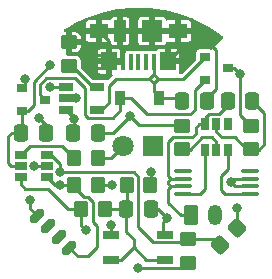
<source format=gtl>
%TF.GenerationSoftware,KiCad,Pcbnew,5.99.0-1.20210525git45ba067.fc33*%
%TF.CreationDate,2021-06-21T21:42:01+02:00*%
%TF.ProjectId,led-pedestal,6c65642d-7065-4646-9573-74616c2e6b69,2*%
%TF.SameCoordinates,Original*%
%TF.FileFunction,Copper,L1,Top*%
%TF.FilePolarity,Positive*%
%FSLAX46Y46*%
G04 Gerber Fmt 4.6, Leading zero omitted, Abs format (unit mm)*
G04 Created by KiCad (PCBNEW 5.99.0-1.20210525git45ba067.fc33) date 2021-06-21 21:42:01*
%MOMM*%
%LPD*%
G01*
G04 APERTURE LIST*
G04 Aperture macros list*
%AMRoundRect*
0 Rectangle with rounded corners*
0 $1 Rounding radius*
0 $2 $3 $4 $5 $6 $7 $8 $9 X,Y pos of 4 corners*
0 Add a 4 corners polygon primitive as box body*
4,1,4,$2,$3,$4,$5,$6,$7,$8,$9,$2,$3,0*
0 Add four circle primitives for the rounded corners*
1,1,$1+$1,$2,$3*
1,1,$1+$1,$4,$5*
1,1,$1+$1,$6,$7*
1,1,$1+$1,$8,$9*
0 Add four rect primitives between the rounded corners*
20,1,$1+$1,$2,$3,$4,$5,0*
20,1,$1+$1,$4,$5,$6,$7,0*
20,1,$1+$1,$6,$7,$8,$9,0*
20,1,$1+$1,$8,$9,$2,$3,0*%
%AMHorizOval*
0 Thick line with rounded ends*
0 $1 width*
0 $2 $3 position (X,Y) of the first rounded end (center of the circle)*
0 $4 $5 position (X,Y) of the second rounded end (center of the circle)*
0 Add line between two ends*
20,1,$1,$2,$3,$4,$5,0*
0 Add two circle primitives to create the rounded ends*
1,1,$1,$2,$3*
1,1,$1,$4,$5*%
G04 Aperture macros list end*
%TA.AperFunction,SMDPad,CuDef*%
%ADD10R,1.450000X0.650000*%
%TD*%
%TA.AperFunction,SMDPad,CuDef*%
%ADD11R,1.220000X0.650000*%
%TD*%
%TA.AperFunction,SMDPad,CuDef*%
%ADD12R,1.060000X0.650000*%
%TD*%
%TA.AperFunction,SMDPad,CuDef*%
%ADD13RoundRect,0.250000X-0.337500X-0.475000X0.337500X-0.475000X0.337500X0.475000X-0.337500X0.475000X0*%
%TD*%
%TA.AperFunction,SMDPad,CuDef*%
%ADD14RoundRect,0.250000X-0.350000X-0.450000X0.350000X-0.450000X0.350000X0.450000X-0.350000X0.450000X0*%
%TD*%
%TA.AperFunction,SMDPad,CuDef*%
%ADD15R,0.900000X1.200000*%
%TD*%
%TA.AperFunction,SMDPad,CuDef*%
%ADD16R,0.900000X0.800000*%
%TD*%
%TA.AperFunction,SMDPad,CuDef*%
%ADD17RoundRect,0.250000X-0.070711X0.565685X-0.565685X0.070711X0.070711X-0.565685X0.565685X-0.070711X0*%
%TD*%
%TA.AperFunction,SMDPad,CuDef*%
%ADD18RoundRect,0.250000X0.350000X0.450000X-0.350000X0.450000X-0.350000X-0.450000X0.350000X-0.450000X0*%
%TD*%
%TA.AperFunction,SMDPad,CuDef*%
%ADD19RoundRect,0.250000X0.450000X-0.350000X0.450000X0.350000X-0.450000X0.350000X-0.450000X-0.350000X0*%
%TD*%
%TA.AperFunction,SMDPad,CuDef*%
%ADD20RoundRect,0.100000X-0.637500X-0.100000X0.637500X-0.100000X0.637500X0.100000X-0.637500X0.100000X0*%
%TD*%
%TA.AperFunction,SMDPad,CuDef*%
%ADD21HorizOval,0.800000X-0.247487X-0.247487X0.247487X0.247487X0*%
%TD*%
%TA.AperFunction,SMDPad,CuDef*%
%ADD22RoundRect,0.250000X0.337500X0.475000X-0.337500X0.475000X-0.337500X-0.475000X0.337500X-0.475000X0*%
%TD*%
%TA.AperFunction,SMDPad,CuDef*%
%ADD23R,0.450000X1.380000*%
%TD*%
%TA.AperFunction,SMDPad,CuDef*%
%ADD24R,1.000000X1.900000*%
%TD*%
%TA.AperFunction,SMDPad,CuDef*%
%ADD25R,1.425000X1.550000*%
%TD*%
%TA.AperFunction,SMDPad,CuDef*%
%ADD26R,1.650000X1.300000*%
%TD*%
%TA.AperFunction,SMDPad,CuDef*%
%ADD27R,1.800000X1.900000*%
%TD*%
%TA.AperFunction,SMDPad,CuDef*%
%ADD28R,0.650000X1.060000*%
%TD*%
%TA.AperFunction,ComponentPad*%
%ADD29R,1.800000X1.800000*%
%TD*%
%TA.AperFunction,ComponentPad*%
%ADD30C,1.800000*%
%TD*%
%TA.AperFunction,ComponentPad*%
%ADD31RoundRect,0.250000X-0.350000X-0.625000X0.350000X-0.625000X0.350000X0.625000X-0.350000X0.625000X0*%
%TD*%
%TA.AperFunction,ComponentPad*%
%ADD32O,1.200000X1.750000*%
%TD*%
%TA.AperFunction,ViaPad*%
%ADD33C,0.800000*%
%TD*%
%TA.AperFunction,Conductor*%
%ADD34C,0.250000*%
%TD*%
G04 APERTURE END LIST*
D10*
%TO.P,SW1,1,1*%
%TO.N,Net-(C5-Pad1)*%
X150204600Y-104351400D03*
%TO.P,SW1,2,2*%
X145654600Y-104351400D03*
%TO.P,SW1,3,3*%
%TO.N,GND*%
X150204600Y-102201400D03*
%TO.P,SW1,4,4*%
X145654600Y-102201400D03*
%TD*%
D11*
%TO.P,U1,1,~CHRG*%
%TO.N,/AN0|DAT*%
X141819000Y-89728000D03*
%TO.P,U1,2,GND*%
%TO.N,GND*%
X141819000Y-90678000D03*
%TO.P,U1,3,BAT*%
%TO.N,+BATT*%
X141819000Y-91628000D03*
%TO.P,U1,4,VCC*%
%TO.N,Net-(C6-Pad1)*%
X144439000Y-91628000D03*
%TO.P,U1,5,PROG*%
%TO.N,Net-(R1-Pad1)*%
X144439000Y-89728000D03*
%TD*%
D12*
%TO.P,U5,1,GP0*%
%TO.N,/AN0|DAT*%
X140190400Y-97368400D03*
%TO.P,U5,2,VSS*%
%TO.N,GND*%
X140190400Y-96418400D03*
%TO.P,U5,3,GP1*%
%TO.N,/AN1|CLK*%
X140190400Y-95468400D03*
%TO.P,U5,4,GP2*%
%TO.N,Net-(R5-Pad1)*%
X137990400Y-95468400D03*
%TO.P,U5,5,VDD*%
%TO.N,VCC*%
X137990400Y-96418400D03*
%TO.P,U5,6,GP3*%
%TO.N,/RST*%
X137990400Y-97368400D03*
%TD*%
D13*
%TO.P,C2,1*%
%TO.N,+BATT*%
X142432900Y-93599000D03*
%TO.P,C2,2*%
%TO.N,GND*%
X144507900Y-93599000D03*
%TD*%
D14*
%TO.P,R6,1*%
%TO.N,/RST*%
X143119600Y-100076000D03*
%TO.P,R6,2*%
%TO.N,Net-(C5-Pad1)*%
X145119600Y-100076000D03*
%TD*%
D15*
%TO.P,D1,1,K*%
%TO.N,Net-(D1-Pad1)*%
X146432000Y-90678000D03*
%TO.P,D1,2,A*%
%TO.N,Net-(C6-Pad1)*%
X149732000Y-90678000D03*
%TD*%
D16*
%TO.P,Q1,1,G*%
%TO.N,Net-(C6-Pad1)*%
X153559000Y-87188000D03*
%TO.P,Q1,2,S*%
%TO.N,Net-(D1-Pad1)*%
X153559000Y-89088000D03*
%TO.P,Q1,3,D*%
%TO.N,+BATT*%
X155559000Y-88138000D03*
%TD*%
D14*
%TO.P,R5,1*%
%TO.N,Net-(R5-Pad1)*%
X142510000Y-95758000D03*
%TO.P,R5,2*%
%TO.N,Net-(D2-Pad2)*%
X144510000Y-95758000D03*
%TD*%
D17*
%TO.P,R8,1*%
%TO.N,GND*%
X156256707Y-101654893D03*
%TO.P,R8,2*%
%TO.N,/AN1|CLK*%
X154842493Y-103069107D03*
%TD*%
D16*
%TO.P,U4,1,GND*%
%TO.N,GND*%
X138065000Y-89829600D03*
%TO.P,U4,2,VO*%
%TO.N,VCC*%
X138065000Y-91729600D03*
%TO.P,U4,3,VI*%
%TO.N,Net-(D1-Pad1)*%
X140065000Y-90779600D03*
%TD*%
D18*
%TO.P,R4,1*%
%TO.N,VCC*%
X144510000Y-98044000D03*
%TO.P,R4,2*%
%TO.N,/AN0|DAT*%
X142510000Y-98044000D03*
%TD*%
D19*
%TO.P,R1,1*%
%TO.N,Net-(R1-Pad1)*%
X142113000Y-87926000D03*
%TO.P,R1,2*%
%TO.N,GND*%
X142113000Y-85926000D03*
%TD*%
D20*
%TO.P,U2,1,D12*%
%TO.N,unconnected-(U2-Pad1)*%
X151696500Y-96815000D03*
%TO.P,U2,2,S1*%
%TO.N,Net-(BT1-Pad1)*%
X151696500Y-97465000D03*
%TO.P,U2,3,S1*%
X151696500Y-98115000D03*
%TO.P,U2,4,G1*%
%TO.N,Net-(U2-Pad4)*%
X151696500Y-98765000D03*
%TO.P,U2,5,G2*%
%TO.N,Net-(U2-Pad5)*%
X157421500Y-98765000D03*
%TO.P,U2,6,S2*%
%TO.N,GND*%
X157421500Y-98115000D03*
%TO.P,U2,7,S2*%
X157421500Y-97465000D03*
%TO.P,U2,8,D12*%
%TO.N,unconnected-(U2-Pad8)*%
X157421500Y-96815000D03*
%TD*%
D21*
%TO.P,J2,1,Pin_1*%
%TO.N,/AN0|DAT*%
X142085369Y-103305708D03*
%TO.P,J2,2,Pin_2*%
%TO.N,GND*%
X141187343Y-102407683D03*
%TO.P,J2,3,Pin_3*%
X140289317Y-101509657D03*
%TO.P,J2,4,Pin_4*%
%TO.N,/AN1|CLK*%
X139391292Y-100611631D03*
%TD*%
D19*
%TO.P,R2,1*%
%TO.N,Net-(C1-Pad1)*%
X157480000Y-94980000D03*
%TO.P,R2,2*%
%TO.N,+BATT*%
X157480000Y-92980000D03*
%TD*%
D22*
%TO.P,C1,1*%
%TO.N,Net-(C1-Pad1)*%
X157603100Y-90932000D03*
%TO.P,C1,2*%
%TO.N,Net-(BT1-Pad1)*%
X155528100Y-90932000D03*
%TD*%
D23*
%TO.P,J1,1,VBUS*%
%TO.N,Net-(C6-Pad1)*%
X149255000Y-87630000D03*
%TO.P,J1,2,D-*%
%TO.N,unconnected-(J1-Pad2)*%
X148605000Y-87630000D03*
%TO.P,J1,3,D+*%
%TO.N,unconnected-(J1-Pad3)*%
X147955000Y-87630000D03*
%TO.P,J1,4,ID*%
%TO.N,unconnected-(J1-Pad4)*%
X147305000Y-87630000D03*
%TO.P,J1,5,GND*%
%TO.N,GND*%
X146655000Y-87630000D03*
D24*
%TO.P,J1,6,Shield*%
X146405000Y-84970000D03*
D25*
X150442500Y-87545000D03*
D26*
X144580000Y-84970000D03*
X151330000Y-84970000D03*
D27*
X149105000Y-84970000D03*
D25*
X145467500Y-87545000D03*
%TD*%
D13*
%TO.P,C6,1*%
%TO.N,Net-(C6-Pad1)*%
X151667300Y-90932000D03*
%TO.P,C6,2*%
%TO.N,GND*%
X153742300Y-90932000D03*
%TD*%
D28*
%TO.P,U3,1,OD*%
%TO.N,Net-(U2-Pad4)*%
X153609000Y-95080000D03*
%TO.P,U3,2,CSI*%
%TO.N,Net-(R3-Pad1)*%
X154559000Y-95080000D03*
%TO.P,U3,3,OC*%
%TO.N,Net-(U2-Pad5)*%
X155509000Y-95080000D03*
%TO.P,U3,4,NC*%
%TO.N,unconnected-(U3-Pad4)*%
X155509000Y-92880000D03*
%TO.P,U3,5,VCC*%
%TO.N,Net-(C1-Pad1)*%
X154559000Y-92880000D03*
%TO.P,U3,6,VSS*%
%TO.N,Net-(BT1-Pad1)*%
X153609000Y-92880000D03*
%TD*%
D19*
%TO.P,R9,1*%
%TO.N,Net-(JP1-Pad2)*%
X152146000Y-104606600D03*
%TO.P,R9,2*%
%TO.N,/AN1|CLK*%
X152146000Y-102606600D03*
%TD*%
D14*
%TO.P,R7,1*%
%TO.N,Net-(C5-Pad1)*%
X146955000Y-98044000D03*
%TO.P,R7,2*%
%TO.N,VCC*%
X148955000Y-98044000D03*
%TD*%
D19*
%TO.P,R3,1*%
%TO.N,Net-(R3-Pad1)*%
X151638000Y-94980000D03*
%TO.P,R3,2*%
%TO.N,GND*%
X151638000Y-92980000D03*
%TD*%
D13*
%TO.P,C5,1*%
%TO.N,Net-(C5-Pad1)*%
X146917500Y-100076000D03*
%TO.P,C5,2*%
%TO.N,GND*%
X148992500Y-100076000D03*
%TD*%
D29*
%TO.P,D2,1,K*%
%TO.N,GND*%
X149225000Y-94743000D03*
D30*
%TO.P,D2,2,A*%
%TO.N,Net-(D2-Pad2)*%
X146685000Y-94743000D03*
%TD*%
D13*
%TO.P,C4,1*%
%TO.N,VCC*%
X138027500Y-93573600D03*
%TO.P,C4,2*%
%TO.N,GND*%
X140102500Y-93573600D03*
%TD*%
D31*
%TO.P,BT1,1,Pin_1*%
%TO.N,Net-(BT1-Pad1)*%
X152400000Y-100584000D03*
D32*
%TO.P,BT1,2,Pin_2*%
%TO.N,+BATT*%
X154400000Y-100584000D03*
%TD*%
D33*
%TO.N,GND*%
X145654600Y-101367873D03*
%TO.N,+BATT*%
X142485000Y-92447000D03*
X156565600Y-88646000D03*
%TO.N,GND*%
X147218400Y-92202000D03*
X140300000Y-101500000D03*
X138379200Y-89001600D03*
X150368000Y-100838000D03*
X153568400Y-85902800D03*
X155803600Y-97790000D03*
X143764000Y-88138000D03*
X143764000Y-86995000D03*
X141200000Y-102400000D03*
X142658000Y-90678000D03*
X139141200Y-96418400D03*
X156260800Y-99923600D03*
X139496800Y-92354400D03*
%TO.N,/AN1|CLK*%
X138734800Y-99263200D03*
X141325600Y-96901000D03*
%TO.N,VCC*%
X140462000Y-87884000D03*
X148996400Y-96926400D03*
X145745200Y-98044000D03*
%TO.N,/RST*%
X143510000Y-101854000D03*
%TO.N,/AN0|DAT*%
X141325600Y-98044000D03*
X140462000Y-89712800D03*
%TO.N,Net-(JP1-Pad2)*%
X147878800Y-105003600D03*
%TD*%
D34*
%TO.N,GND*%
X145654600Y-102201400D02*
X145654600Y-101367873D01*
%TO.N,Net-(C5-Pad1)*%
X146917500Y-100076000D02*
X146917500Y-101959500D01*
X146917500Y-101959500D02*
X147574000Y-102616000D01*
X147574000Y-102616000D02*
X147574000Y-103292800D01*
X147574000Y-103292800D02*
X146515400Y-104351400D01*
X146515400Y-104351400D02*
X145654600Y-104351400D01*
X150004600Y-104351400D02*
X148632600Y-104351400D01*
X148632600Y-104351400D02*
X147574000Y-103292800D01*
%TO.N,+BATT*%
X142485000Y-92447000D02*
X142485000Y-92294000D01*
X155559000Y-88138000D02*
X156057600Y-88138000D01*
X142485000Y-92294000D02*
X141819000Y-91628000D01*
X142485000Y-93546900D02*
X142485000Y-92447000D01*
X156565600Y-88646000D02*
X156565600Y-92065600D01*
X142432900Y-93599000D02*
X142485000Y-93546900D01*
X156565600Y-92065600D02*
X157480000Y-92980000D01*
X156057600Y-88138000D02*
X156565600Y-88646000D01*
%TO.N,Net-(BT1-Pad1)*%
X155528100Y-90932000D02*
X155528100Y-91258300D01*
X151574500Y-100584000D02*
X152400000Y-100584000D01*
X153093600Y-92880000D02*
X153609000Y-92880000D01*
X150495000Y-94361000D02*
X150876000Y-93980000D01*
X150495000Y-98323400D02*
X150495000Y-99504500D01*
X152501600Y-93980000D02*
X152806400Y-93675200D01*
X155528100Y-91258300D02*
X154787600Y-91998800D01*
X151696500Y-97465000D02*
X150703400Y-97465000D01*
X151696500Y-98115000D02*
X150703400Y-98115000D01*
X150703400Y-97465000D02*
X150495000Y-97256600D01*
X154787600Y-91998800D02*
X153935883Y-91998800D01*
X150495000Y-97256600D02*
X150495000Y-94361000D01*
X153935883Y-91998800D02*
X153609000Y-92325683D01*
X150495000Y-99504500D02*
X151574500Y-100584000D01*
X152806400Y-93675200D02*
X152806400Y-93167200D01*
X150876000Y-93980000D02*
X152501600Y-93980000D01*
X150474800Y-97693600D02*
X150474800Y-97886400D01*
X150703400Y-98115000D02*
X150495000Y-98323400D01*
X153609000Y-92325683D02*
X153609000Y-92880000D01*
X150474800Y-97886400D02*
X150703400Y-98115000D01*
X152806400Y-93167200D02*
X153093600Y-92880000D01*
X150703400Y-97465000D02*
X150474800Y-97693600D01*
%TO.N,Net-(C1-Pad1)*%
X158597600Y-91939000D02*
X157590600Y-90932000D01*
X158597600Y-94538800D02*
X158597600Y-91939000D01*
X158131400Y-95005000D02*
X158597600Y-94538800D01*
X156121100Y-93980000D02*
X157146100Y-95005000D01*
X155041600Y-93980000D02*
X156121100Y-93980000D01*
X157146100Y-95005000D02*
X158131400Y-95005000D01*
X154559000Y-92880000D02*
X154559000Y-93497400D01*
X154559000Y-93497400D02*
X155041600Y-93980000D01*
%TO.N,GND*%
X147218400Y-92202000D02*
X145821400Y-93599000D01*
X153742300Y-90656500D02*
X154533600Y-89865200D01*
X157421500Y-98115000D02*
X156128600Y-98115000D01*
X150004600Y-101201400D02*
X150368000Y-100838000D01*
X144917500Y-86995000D02*
X143764000Y-86995000D01*
X140300000Y-101500000D02*
X140300000Y-101520340D01*
X156274384Y-99937184D02*
X156260800Y-99923600D01*
X140090000Y-93599000D02*
X140090000Y-92947600D01*
X140090000Y-92947600D02*
X139496800Y-92354400D01*
X145821400Y-93599000D02*
X144507900Y-93599000D01*
X146655000Y-87630000D02*
X145552500Y-87630000D01*
X144580000Y-84970000D02*
X146405000Y-84970000D01*
X138379200Y-89540800D02*
X138379200Y-89001600D01*
X144874500Y-88138000D02*
X143764000Y-88138000D01*
X141819000Y-90678000D02*
X142658000Y-90678000D01*
X156128600Y-98115000D02*
X155803600Y-97790000D01*
X156128600Y-97465000D02*
X155803600Y-97790000D01*
X144507900Y-93599000D02*
X144535000Y-93599000D01*
X138065000Y-89855000D02*
X138379200Y-89540800D01*
X155811300Y-97782300D02*
X155803600Y-97790000D01*
X157421500Y-97465000D02*
X156128600Y-97465000D01*
X145552500Y-87630000D02*
X145467500Y-87545000D01*
X150004600Y-102201400D02*
X150004600Y-101201400D01*
X145467500Y-85857500D02*
X144580000Y-84970000D01*
X143764000Y-86512400D02*
X143152600Y-85901000D01*
X153742300Y-90932000D02*
X153742300Y-90656500D01*
X153742300Y-90707300D02*
X153742300Y-90932000D01*
X151330000Y-84970000D02*
X149105000Y-84970000D01*
X154533600Y-89865200D02*
X154533600Y-86614000D01*
X143764000Y-86995000D02*
X143764000Y-86512400D01*
X151638000Y-92955000D02*
X147971400Y-92955000D01*
X145467500Y-87545000D02*
X144917500Y-86995000D01*
X156274384Y-101637216D02*
X156274384Y-99937184D01*
X150442500Y-87545000D02*
X151330000Y-86657500D01*
X145467500Y-87545000D02*
X145467500Y-85857500D01*
X147971400Y-92955000D02*
X147218400Y-92202000D01*
X153822400Y-85902800D02*
X153568400Y-85902800D01*
X149105000Y-84970000D02*
X146405000Y-84970000D01*
X149606000Y-100076000D02*
X150368000Y-100838000D01*
X154533600Y-86614000D02*
X153822400Y-85902800D01*
X145467500Y-87545000D02*
X144874500Y-88138000D01*
X151330000Y-86657500D02*
X151330000Y-84970000D01*
X143152600Y-85901000D02*
X142113000Y-85901000D01*
X145862800Y-102209600D02*
X145854600Y-102201400D01*
X140190400Y-96418400D02*
X139141200Y-96418400D01*
X148980000Y-100076000D02*
X149606000Y-100076000D01*
%TO.N,/AN1|CLK*%
X154344632Y-102606600D02*
X152146000Y-102606600D01*
X151882600Y-102870000D02*
X149225000Y-102870000D01*
X141325600Y-96238966D02*
X140555034Y-95468400D01*
X138734800Y-99955139D02*
X138734800Y-99263200D01*
X141325600Y-96240600D02*
X141325600Y-96238966D01*
X152146000Y-102606600D02*
X151882600Y-102870000D01*
X147955000Y-97307400D02*
X147548600Y-96901000D01*
X154824816Y-103086784D02*
X154344632Y-102606600D01*
X141325600Y-96901000D02*
X141325600Y-96240600D01*
X147955000Y-101600000D02*
X147955000Y-97307400D01*
X147548600Y-96901000D02*
X141325600Y-96901000D01*
X139391292Y-100611631D02*
X138734800Y-99955139D01*
X140555034Y-95468400D02*
X140190400Y-95468400D01*
X149225000Y-102870000D02*
X147955000Y-101600000D01*
%TO.N,VCC*%
X138027500Y-93573600D02*
X138065000Y-93536100D01*
X138065000Y-91729600D02*
X138597600Y-91729600D01*
X137160000Y-96418400D02*
X136906000Y-96164400D01*
X145745200Y-98044000D02*
X144510000Y-98044000D01*
X136906000Y-93878400D02*
X137210800Y-93573600D01*
X148996400Y-98002600D02*
X148955000Y-98044000D01*
X136906000Y-96164400D02*
X136906000Y-93878400D01*
X138597600Y-91729600D02*
X139090400Y-91236800D01*
X137990400Y-96418400D02*
X137160000Y-96418400D01*
X148996400Y-96926400D02*
X148996400Y-98002600D01*
X138065000Y-93536100D02*
X138065000Y-91729600D01*
X139090400Y-91236800D02*
X139090400Y-89255600D01*
X137210800Y-93573600D02*
X138027500Y-93573600D01*
X139090400Y-89255600D02*
X140462000Y-87884000D01*
%TO.N,Net-(C5-Pad1)*%
X146955000Y-100038500D02*
X146917500Y-100076000D01*
X146917500Y-100076000D02*
X145119600Y-100076000D01*
X146955000Y-98044000D02*
X146955000Y-100038500D01*
%TO.N,Net-(C6-Pad1)*%
X144846000Y-91628000D02*
X144439000Y-91628000D01*
X149250400Y-89408000D02*
X148869400Y-89027000D01*
X149255000Y-88641400D02*
X148869400Y-89027000D01*
X145491200Y-90982800D02*
X144846000Y-91628000D01*
X146050000Y-89027000D02*
X145491200Y-89585800D01*
X149250400Y-90068400D02*
X149250400Y-89408000D01*
X149255000Y-87630000D02*
X149255000Y-88641400D01*
X149631400Y-89017800D02*
X149631400Y-89027000D01*
X149732000Y-90678000D02*
X149732000Y-90550000D01*
X149732000Y-90678000D02*
X151413300Y-90678000D01*
X151413300Y-90678000D02*
X151667300Y-90932000D01*
X149636000Y-89022400D02*
X149250400Y-89408000D01*
X151720000Y-89027000D02*
X149631400Y-89027000D01*
X149631400Y-89027000D02*
X149250400Y-88646000D01*
X153559000Y-87188000D02*
X151720000Y-89027000D01*
X148869400Y-89027000D02*
X146050000Y-89027000D01*
X149732000Y-90550000D02*
X149250400Y-90068400D01*
X145491200Y-89585800D02*
X145491200Y-90982800D01*
%TO.N,Net-(D1-Pad1)*%
X143645398Y-92354400D02*
X143408400Y-92117402D01*
X146432000Y-90678000D02*
X147320000Y-90678000D01*
X139598400Y-90313000D02*
X140065000Y-90779600D01*
X143408400Y-92117402D02*
X143408400Y-89797398D01*
X146432000Y-91693000D02*
X145770600Y-92354400D01*
X142598801Y-88987799D02*
X140113999Y-88987799D01*
X139598400Y-89503398D02*
X139598400Y-90313000D01*
X152704800Y-89942200D02*
X153559000Y-89088000D01*
X152704800Y-91643200D02*
X152704800Y-89942200D01*
X145770600Y-92354400D02*
X143645398Y-92354400D01*
X140113999Y-88987799D02*
X139598400Y-89503398D01*
X143408400Y-89797398D02*
X142598801Y-88987799D01*
X148640800Y-91998800D02*
X152349200Y-91998800D01*
X147320000Y-90678000D02*
X148640800Y-91998800D01*
X146432000Y-90678000D02*
X146432000Y-91693000D01*
X152349200Y-91998800D02*
X152704800Y-91643200D01*
%TO.N,Net-(D2-Pad2)*%
X145670000Y-95758000D02*
X144535000Y-95758000D01*
X146685000Y-94743000D02*
X145670000Y-95758000D01*
%TO.N,/RST*%
X138379200Y-98348800D02*
X140258800Y-98348800D01*
X143119600Y-101463600D02*
X143119600Y-100076000D01*
X137990400Y-97960000D02*
X138379200Y-98348800D01*
X141986000Y-100076000D02*
X143119600Y-100076000D01*
X137990400Y-97368400D02*
X137990400Y-97960000D01*
X143510000Y-101854000D02*
X143119600Y-101463600D01*
X140258800Y-98348800D02*
X141986000Y-100076000D01*
%TO.N,/AN0|DAT*%
X142818061Y-104038400D02*
X142085369Y-103305708D01*
X143306800Y-99009200D02*
X143713200Y-99009200D01*
X140919200Y-98044000D02*
X142510000Y-98044000D01*
X141803800Y-89712800D02*
X141819000Y-89728000D01*
X140190400Y-97368400D02*
X140243600Y-97368400D01*
X143713200Y-99009200D02*
X144119600Y-99415600D01*
X144424400Y-101447600D02*
X144424400Y-103276400D01*
X144119600Y-101142800D02*
X144424400Y-101447600D01*
X143662400Y-104038400D02*
X142818061Y-104038400D01*
X144424400Y-103276400D02*
X143662400Y-104038400D01*
X142510000Y-98212400D02*
X143306800Y-99009200D01*
X144119600Y-99415600D02*
X144119600Y-101142800D01*
X140462000Y-89712800D02*
X141803800Y-89712800D01*
X142510000Y-98044000D02*
X142510000Y-98212400D01*
X140462000Y-89772906D02*
X140447053Y-89787853D01*
X140243600Y-97368400D02*
X140919200Y-98044000D01*
%TO.N,Net-(R1-Pad1)*%
X144134800Y-89728000D02*
X144439000Y-89728000D01*
X142357800Y-87951000D02*
X144134800Y-89728000D01*
X142113000Y-87951000D02*
X142357800Y-87951000D01*
%TO.N,Net-(R3-Pad1)*%
X154178000Y-93980000D02*
X154559000Y-94361000D01*
X151638000Y-95005000D02*
X152289400Y-95005000D01*
X154559000Y-94361000D02*
X154559000Y-95080000D01*
X152289400Y-95005000D02*
X153314400Y-93980000D01*
X153314400Y-93980000D02*
X154178000Y-93980000D01*
%TO.N,Net-(R5-Pad1)*%
X138760200Y-94742000D02*
X138033800Y-95468400D01*
X142485000Y-95758000D02*
X141469000Y-94742000D01*
X142485000Y-96012000D02*
X142485000Y-95758000D01*
X141469000Y-94742000D02*
X138760200Y-94742000D01*
X138033800Y-95468400D02*
X137990400Y-95468400D01*
%TO.N,Net-(U2-Pad5)*%
X154940000Y-97205010D02*
X155509000Y-96636010D01*
X155509000Y-96636010D02*
X155509000Y-95080000D01*
X157421500Y-98765000D02*
X155280000Y-98765000D01*
X155280000Y-98765000D02*
X154940000Y-98425000D01*
X154940000Y-98425000D02*
X154940000Y-97205010D01*
%TO.N,Net-(U2-Pad4)*%
X153203000Y-98765000D02*
X153609000Y-98359000D01*
X151696500Y-98765000D02*
X153203000Y-98765000D01*
X153609000Y-98359000D02*
X153609000Y-95080000D01*
%TO.N,Net-(JP1-Pad2)*%
X147880989Y-105001411D02*
X147878800Y-105003600D01*
X152146000Y-104606600D02*
X151751189Y-105001411D01*
X151751189Y-105001411D02*
X147880989Y-105001411D01*
X152146000Y-104606600D02*
X151850600Y-104902000D01*
%TD*%
%TA.AperFunction,Conductor*%
%TO.N,GND*%
G36*
X148170891Y-83017843D02*
G01*
X148807960Y-83027851D01*
X148822427Y-83028913D01*
X150148703Y-83203521D01*
X150162952Y-83206239D01*
X151460352Y-83532123D01*
X151474195Y-83536461D01*
X152223120Y-83819457D01*
X152279773Y-83862247D01*
X152301212Y-83920488D01*
X152347155Y-83892108D01*
X152418140Y-83893374D01*
X152425029Y-83895752D01*
X152464231Y-83910565D01*
X152725570Y-84009317D01*
X152738803Y-84015209D01*
X153927536Y-84628759D01*
X153940014Y-84636139D01*
X154937557Y-85306459D01*
X155050340Y-85382246D01*
X155061891Y-85391014D01*
X155088213Y-85413495D01*
X155127022Y-85472944D01*
X155127530Y-85543939D01*
X155096091Y-85597785D01*
X154198073Y-86508275D01*
X154135997Y-86542729D01*
X154083784Y-86543375D01*
X154015068Y-86529707D01*
X154009000Y-86528500D01*
X153109000Y-86528500D01*
X153009694Y-86548253D01*
X152925506Y-86604506D01*
X152869253Y-86688694D01*
X152849500Y-86788000D01*
X152849500Y-87308616D01*
X152829498Y-87376737D01*
X152812595Y-87397711D01*
X151599710Y-88610595D01*
X151537398Y-88644621D01*
X151510615Y-88647500D01*
X151477413Y-88647500D01*
X151409292Y-88627498D01*
X151362799Y-88573842D01*
X151352695Y-88503568D01*
X151372647Y-88451500D01*
X151387389Y-88429437D01*
X151396706Y-88406943D01*
X151412793Y-88326068D01*
X151414000Y-88313813D01*
X151414000Y-87817115D01*
X151409525Y-87801876D01*
X151408135Y-87800671D01*
X151400452Y-87799000D01*
X150314500Y-87799000D01*
X150246379Y-87778998D01*
X150199886Y-87725342D01*
X150188500Y-87673000D01*
X150188500Y-86529115D01*
X150187159Y-86524548D01*
X150696500Y-86524548D01*
X150696500Y-87272885D01*
X150700975Y-87288124D01*
X150702365Y-87289329D01*
X150710048Y-87291000D01*
X151395885Y-87291000D01*
X151411124Y-87286525D01*
X151412329Y-87285135D01*
X151414000Y-87277452D01*
X151414000Y-86776187D01*
X151412793Y-86763932D01*
X151396706Y-86683057D01*
X151387390Y-86660565D01*
X151345034Y-86597175D01*
X151327825Y-86579966D01*
X151264435Y-86537610D01*
X151241943Y-86528294D01*
X151161068Y-86512207D01*
X151148813Y-86511000D01*
X150714615Y-86511000D01*
X150699376Y-86515475D01*
X150698171Y-86516865D01*
X150696500Y-86524548D01*
X150187159Y-86524548D01*
X150184025Y-86513876D01*
X150182635Y-86512671D01*
X150174952Y-86511000D01*
X149736187Y-86511000D01*
X149723932Y-86512207D01*
X149643057Y-86528294D01*
X149620565Y-86537610D01*
X149557175Y-86579966D01*
X149539964Y-86597177D01*
X149521707Y-86624501D01*
X149467231Y-86670029D01*
X149416942Y-86680500D01*
X149030000Y-86680500D01*
X148954579Y-86695502D01*
X148905421Y-86695502D01*
X148830000Y-86680500D01*
X148380000Y-86680500D01*
X148304579Y-86695502D01*
X148255421Y-86695502D01*
X148180000Y-86680500D01*
X147730000Y-86680500D01*
X147654579Y-86695502D01*
X147605421Y-86695502D01*
X147530000Y-86680500D01*
X147080000Y-86680500D01*
X147003322Y-86695752D01*
X146954161Y-86695752D01*
X146897769Y-86684535D01*
X146884894Y-86685687D01*
X146880000Y-86700840D01*
X146880000Y-86742987D01*
X146858765Y-86812989D01*
X146840253Y-86840694D01*
X146820500Y-86940000D01*
X146820500Y-87729000D01*
X146800498Y-87797121D01*
X146746842Y-87843614D01*
X146694500Y-87855000D01*
X146239830Y-87855000D01*
X146171709Y-87834998D01*
X146157318Y-87824225D01*
X146130135Y-87800671D01*
X146122452Y-87799000D01*
X145739615Y-87799000D01*
X145724376Y-87803475D01*
X145723171Y-87804865D01*
X145721500Y-87812548D01*
X145721500Y-88560885D01*
X145725975Y-88576124D01*
X145751318Y-88598084D01*
X145789703Y-88657809D01*
X145789704Y-88728806D01*
X145757902Y-88782404D01*
X145488029Y-89052277D01*
X145425718Y-89086302D01*
X145399677Y-89089178D01*
X144742400Y-89093022D01*
X144093242Y-89096818D01*
X144025005Y-89077214D01*
X144003409Y-89059915D01*
X143740995Y-88797500D01*
X143104404Y-88160909D01*
X143070379Y-88098597D01*
X143067500Y-88071814D01*
X143067500Y-87812548D01*
X144496000Y-87812548D01*
X144496000Y-88313813D01*
X144497207Y-88326068D01*
X144513294Y-88406943D01*
X144522610Y-88429435D01*
X144564966Y-88492825D01*
X144582175Y-88510034D01*
X144645565Y-88552390D01*
X144668057Y-88561706D01*
X144748932Y-88577793D01*
X144761187Y-88579000D01*
X145195385Y-88579000D01*
X145210624Y-88574525D01*
X145211829Y-88573135D01*
X145213500Y-88565452D01*
X145213500Y-87817115D01*
X145209025Y-87801876D01*
X145207635Y-87800671D01*
X145199952Y-87799000D01*
X144514115Y-87799000D01*
X144498876Y-87803475D01*
X144497671Y-87804865D01*
X144496000Y-87812548D01*
X143067500Y-87812548D01*
X143067500Y-87541086D01*
X143052021Y-87433000D01*
X142992229Y-87301496D01*
X142897933Y-87192059D01*
X142776711Y-87113487D01*
X142679793Y-87084502D01*
X142644850Y-87074052D01*
X142644848Y-87074052D01*
X142638309Y-87072096D01*
X142630288Y-87071500D01*
X142018362Y-87071500D01*
X141950241Y-87051498D01*
X141906652Y-87003783D01*
X141852984Y-86900919D01*
X141839208Y-86831272D01*
X141850858Y-86803882D01*
X141859000Y-86766452D01*
X141859000Y-86193548D01*
X142367000Y-86193548D01*
X142367000Y-86761885D01*
X142371475Y-86777124D01*
X142372865Y-86778329D01*
X142380548Y-86780000D01*
X142593432Y-86780000D01*
X142602352Y-86779364D01*
X142624536Y-86776187D01*
X144496000Y-86776187D01*
X144496000Y-87272885D01*
X144500475Y-87288124D01*
X144501865Y-87289329D01*
X144509548Y-87291000D01*
X145195385Y-87291000D01*
X145210624Y-87286525D01*
X145211829Y-87285135D01*
X145213500Y-87277452D01*
X145213500Y-86529115D01*
X145212159Y-86524548D01*
X145721500Y-86524548D01*
X145721500Y-87272885D01*
X145725975Y-87288124D01*
X145727365Y-87289329D01*
X145735048Y-87291000D01*
X146411885Y-87291000D01*
X146427124Y-87286525D01*
X146428329Y-87285135D01*
X146430000Y-87277452D01*
X146430000Y-86699115D01*
X146421313Y-86669530D01*
X146419285Y-86670885D01*
X146370034Y-86597175D01*
X146352825Y-86579966D01*
X146289435Y-86537610D01*
X146266943Y-86528294D01*
X146186068Y-86512207D01*
X146173813Y-86511000D01*
X145739615Y-86511000D01*
X145724376Y-86515475D01*
X145723171Y-86516865D01*
X145721500Y-86524548D01*
X145212159Y-86524548D01*
X145209025Y-86513876D01*
X145207635Y-86512671D01*
X145199952Y-86511000D01*
X144761187Y-86511000D01*
X144748932Y-86512207D01*
X144668057Y-86528294D01*
X144645565Y-86537610D01*
X144582175Y-86579966D01*
X144564966Y-86597175D01*
X144522610Y-86660565D01*
X144513294Y-86683057D01*
X144497207Y-86763932D01*
X144496000Y-86776187D01*
X142624536Y-86776187D01*
X142696969Y-86765814D01*
X142714031Y-86760825D01*
X142829068Y-86708521D01*
X142844030Y-86698952D01*
X142939764Y-86616464D01*
X142951447Y-86603070D01*
X143020173Y-86497039D01*
X143027632Y-86480896D01*
X143064455Y-86357769D01*
X143066859Y-86344735D01*
X143067000Y-86340938D01*
X143067000Y-86198115D01*
X143062525Y-86182876D01*
X143061135Y-86181671D01*
X143053452Y-86180000D01*
X142385115Y-86180000D01*
X142369876Y-86184475D01*
X142368671Y-86185865D01*
X142367000Y-86193548D01*
X141859000Y-86193548D01*
X141859000Y-85090115D01*
X141857659Y-85085548D01*
X142367000Y-85085548D01*
X142367000Y-85653885D01*
X142371475Y-85669124D01*
X142372865Y-85670329D01*
X142380548Y-85672000D01*
X143048885Y-85672000D01*
X143064124Y-85667525D01*
X143065329Y-85666135D01*
X143067000Y-85658452D01*
X143067000Y-85545568D01*
X143066364Y-85536648D01*
X143052814Y-85442031D01*
X143047825Y-85424969D01*
X142995521Y-85309932D01*
X142985952Y-85294970D01*
X142936475Y-85237548D01*
X143496000Y-85237548D01*
X143496000Y-85613813D01*
X143497207Y-85626068D01*
X143513294Y-85706943D01*
X143522610Y-85729435D01*
X143564966Y-85792825D01*
X143582175Y-85810034D01*
X143645565Y-85852390D01*
X143668057Y-85861706D01*
X143748932Y-85877793D01*
X143761187Y-85879000D01*
X144307885Y-85879000D01*
X144323124Y-85874525D01*
X144324329Y-85873135D01*
X144326000Y-85865452D01*
X144326000Y-85242115D01*
X144324659Y-85237548D01*
X144834000Y-85237548D01*
X144834000Y-85860885D01*
X144838475Y-85876124D01*
X144839865Y-85877329D01*
X144847548Y-85879000D01*
X145398813Y-85879000D01*
X145411068Y-85877793D01*
X145504115Y-85859285D01*
X145504943Y-85863447D01*
X145552288Y-85858350D01*
X145615780Y-85890120D01*
X145653513Y-85957770D01*
X145663294Y-86006943D01*
X145672610Y-86029435D01*
X145714966Y-86092825D01*
X145732175Y-86110034D01*
X145795565Y-86152390D01*
X145818057Y-86161706D01*
X145898932Y-86177793D01*
X145911187Y-86179000D01*
X146132885Y-86179000D01*
X146148124Y-86174525D01*
X146149329Y-86173135D01*
X146151000Y-86165452D01*
X146151000Y-85242115D01*
X146149659Y-85237548D01*
X146659000Y-85237548D01*
X146659000Y-86160885D01*
X146663475Y-86176124D01*
X146664865Y-86177329D01*
X146672548Y-86179000D01*
X146898813Y-86179000D01*
X146911068Y-86177793D01*
X146991943Y-86161706D01*
X147014435Y-86152390D01*
X147077825Y-86110034D01*
X147095034Y-86092825D01*
X147137390Y-86029435D01*
X147146706Y-86006943D01*
X147162793Y-85926068D01*
X147164000Y-85913813D01*
X147164000Y-85242115D01*
X147162659Y-85237548D01*
X147946000Y-85237548D01*
X147946000Y-85913813D01*
X147947207Y-85926068D01*
X147963294Y-86006943D01*
X147972610Y-86029435D01*
X148014966Y-86092825D01*
X148032175Y-86110034D01*
X148095565Y-86152390D01*
X148118057Y-86161706D01*
X148198932Y-86177793D01*
X148211187Y-86179000D01*
X148832885Y-86179000D01*
X148848124Y-86174525D01*
X148849329Y-86173135D01*
X148851000Y-86165452D01*
X148851000Y-85242115D01*
X148849659Y-85237548D01*
X149359000Y-85237548D01*
X149359000Y-86160885D01*
X149363475Y-86176124D01*
X149364865Y-86177329D01*
X149372548Y-86179000D01*
X149998813Y-86179000D01*
X150011068Y-86177793D01*
X150091943Y-86161706D01*
X150114435Y-86152390D01*
X150177825Y-86110034D01*
X150195034Y-86092825D01*
X150237390Y-86029435D01*
X150246706Y-86006943D01*
X150256487Y-85957770D01*
X150289394Y-85894860D01*
X150351089Y-85859728D01*
X150404934Y-85864066D01*
X150405885Y-85859285D01*
X150498932Y-85877793D01*
X150511187Y-85879000D01*
X151057885Y-85879000D01*
X151073124Y-85874525D01*
X151074329Y-85873135D01*
X151076000Y-85865452D01*
X151076000Y-85242115D01*
X151074659Y-85237548D01*
X151584000Y-85237548D01*
X151584000Y-85860885D01*
X151588475Y-85876124D01*
X151589865Y-85877329D01*
X151597548Y-85879000D01*
X152148813Y-85879000D01*
X152161068Y-85877793D01*
X152241943Y-85861706D01*
X152264435Y-85852390D01*
X152327825Y-85810034D01*
X152345034Y-85792825D01*
X152387390Y-85729435D01*
X152396706Y-85706943D01*
X152412793Y-85626068D01*
X152414000Y-85613813D01*
X152414000Y-85242115D01*
X152409525Y-85226876D01*
X152408135Y-85225671D01*
X152400452Y-85224000D01*
X151602115Y-85224000D01*
X151586876Y-85228475D01*
X151585671Y-85229865D01*
X151584000Y-85237548D01*
X151074659Y-85237548D01*
X151071525Y-85226876D01*
X151070135Y-85225671D01*
X151062452Y-85224000D01*
X149377115Y-85224000D01*
X149361876Y-85228475D01*
X149360671Y-85229865D01*
X149359000Y-85237548D01*
X148849659Y-85237548D01*
X148846525Y-85226876D01*
X148845135Y-85225671D01*
X148837452Y-85224000D01*
X147964115Y-85224000D01*
X147948876Y-85228475D01*
X147947671Y-85229865D01*
X147946000Y-85237548D01*
X147162659Y-85237548D01*
X147159525Y-85226876D01*
X147158135Y-85225671D01*
X147150452Y-85224000D01*
X146677115Y-85224000D01*
X146661876Y-85228475D01*
X146660671Y-85229865D01*
X146659000Y-85237548D01*
X146149659Y-85237548D01*
X146146525Y-85226876D01*
X146145135Y-85225671D01*
X146137452Y-85224000D01*
X144852115Y-85224000D01*
X144836876Y-85228475D01*
X144835671Y-85229865D01*
X144834000Y-85237548D01*
X144324659Y-85237548D01*
X144321525Y-85226876D01*
X144320135Y-85225671D01*
X144312452Y-85224000D01*
X143514115Y-85224000D01*
X143498876Y-85228475D01*
X143497671Y-85229865D01*
X143496000Y-85237548D01*
X142936475Y-85237548D01*
X142903464Y-85199236D01*
X142890070Y-85187553D01*
X142784039Y-85118827D01*
X142767896Y-85111368D01*
X142644769Y-85074545D01*
X142631735Y-85072141D01*
X142627938Y-85072000D01*
X142385115Y-85072000D01*
X142369876Y-85076475D01*
X142368671Y-85077865D01*
X142367000Y-85085548D01*
X141857659Y-85085548D01*
X141854525Y-85074876D01*
X141853135Y-85073671D01*
X141845452Y-85072000D01*
X141741780Y-85072000D01*
X141673659Y-85051998D01*
X141627166Y-84998342D01*
X141617062Y-84928068D01*
X141646556Y-84863488D01*
X141674824Y-84839263D01*
X141873987Y-84714329D01*
X142290363Y-84453137D01*
X142303075Y-84446148D01*
X142554579Y-84326187D01*
X143496000Y-84326187D01*
X143496000Y-84697885D01*
X143500475Y-84713124D01*
X143501865Y-84714329D01*
X143509548Y-84716000D01*
X144307885Y-84716000D01*
X144323124Y-84711525D01*
X144324329Y-84710135D01*
X144326000Y-84702452D01*
X144326000Y-84079115D01*
X144324659Y-84074548D01*
X144834000Y-84074548D01*
X144834000Y-84697885D01*
X144838475Y-84713124D01*
X144839865Y-84714329D01*
X144847548Y-84716000D01*
X146132885Y-84716000D01*
X146148124Y-84711525D01*
X146149329Y-84710135D01*
X146151000Y-84702452D01*
X146151000Y-83779115D01*
X146149659Y-83774548D01*
X146659000Y-83774548D01*
X146659000Y-84697885D01*
X146663475Y-84713124D01*
X146664865Y-84714329D01*
X146672548Y-84716000D01*
X147145885Y-84716000D01*
X147161124Y-84711525D01*
X147162329Y-84710135D01*
X147164000Y-84702452D01*
X147164000Y-84026187D01*
X147946000Y-84026187D01*
X147946000Y-84697885D01*
X147950475Y-84713124D01*
X147951865Y-84714329D01*
X147959548Y-84716000D01*
X148832885Y-84716000D01*
X148848124Y-84711525D01*
X148849329Y-84710135D01*
X148851000Y-84702452D01*
X148851000Y-83779115D01*
X148849659Y-83774548D01*
X149359000Y-83774548D01*
X149359000Y-84697885D01*
X149363475Y-84713124D01*
X149364865Y-84714329D01*
X149372548Y-84716000D01*
X151057885Y-84716000D01*
X151073124Y-84711525D01*
X151074329Y-84710135D01*
X151076000Y-84702452D01*
X151076000Y-84079115D01*
X151074659Y-84074548D01*
X151584000Y-84074548D01*
X151584000Y-84697885D01*
X151588475Y-84713124D01*
X151589865Y-84714329D01*
X151597548Y-84716000D01*
X152395885Y-84716000D01*
X152411124Y-84711525D01*
X152412329Y-84710135D01*
X152414000Y-84702452D01*
X152414000Y-84326187D01*
X152412793Y-84313932D01*
X152396706Y-84233057D01*
X152387390Y-84210565D01*
X152345034Y-84147175D01*
X152327827Y-84129968D01*
X152310490Y-84118384D01*
X152264962Y-84063908D01*
X152260272Y-84026575D01*
X152238493Y-84048168D01*
X152166230Y-84062716D01*
X152148810Y-84061000D01*
X151602115Y-84061000D01*
X151586876Y-84065475D01*
X151585671Y-84066865D01*
X151584000Y-84074548D01*
X151074659Y-84074548D01*
X151071525Y-84063876D01*
X151070135Y-84062671D01*
X151062452Y-84061000D01*
X150511187Y-84061000D01*
X150498932Y-84062207D01*
X150405885Y-84080715D01*
X150405057Y-84076553D01*
X150357712Y-84081650D01*
X150294220Y-84049880D01*
X150256487Y-83982230D01*
X150246706Y-83933057D01*
X150237390Y-83910565D01*
X150195034Y-83847175D01*
X150177825Y-83829966D01*
X150114435Y-83787610D01*
X150091943Y-83778294D01*
X150011068Y-83762207D01*
X149998813Y-83761000D01*
X149377115Y-83761000D01*
X149361876Y-83765475D01*
X149360671Y-83766865D01*
X149359000Y-83774548D01*
X148849659Y-83774548D01*
X148846525Y-83763876D01*
X148845135Y-83762671D01*
X148837452Y-83761000D01*
X148211187Y-83761000D01*
X148198932Y-83762207D01*
X148118057Y-83778294D01*
X148095565Y-83787610D01*
X148032175Y-83829966D01*
X148014966Y-83847175D01*
X147972610Y-83910565D01*
X147963294Y-83933057D01*
X147947207Y-84013932D01*
X147946000Y-84026187D01*
X147164000Y-84026187D01*
X147162793Y-84013932D01*
X147146706Y-83933057D01*
X147137390Y-83910565D01*
X147095034Y-83847175D01*
X147077825Y-83829966D01*
X147014435Y-83787610D01*
X146991943Y-83778294D01*
X146911068Y-83762207D01*
X146898813Y-83761000D01*
X146677115Y-83761000D01*
X146661876Y-83765475D01*
X146660671Y-83766865D01*
X146659000Y-83774548D01*
X146149659Y-83774548D01*
X146146525Y-83763876D01*
X146145135Y-83762671D01*
X146137452Y-83761000D01*
X145911187Y-83761000D01*
X145898932Y-83762207D01*
X145818057Y-83778294D01*
X145795565Y-83787610D01*
X145732175Y-83829966D01*
X145714966Y-83847175D01*
X145672610Y-83910565D01*
X145663294Y-83933057D01*
X145653513Y-83982230D01*
X145620606Y-84045140D01*
X145558911Y-84080272D01*
X145505066Y-84075934D01*
X145504115Y-84080715D01*
X145411068Y-84062207D01*
X145398813Y-84061000D01*
X144852115Y-84061000D01*
X144836876Y-84065475D01*
X144835671Y-84066865D01*
X144834000Y-84074548D01*
X144324659Y-84074548D01*
X144321525Y-84063876D01*
X144320135Y-84062671D01*
X144312452Y-84061000D01*
X143761187Y-84061000D01*
X143748934Y-84062207D01*
X143684042Y-84075115D01*
X143661029Y-84073056D01*
X143653501Y-84082309D01*
X143582173Y-84129968D01*
X143564966Y-84147175D01*
X143522610Y-84210565D01*
X143513294Y-84233057D01*
X143497207Y-84313932D01*
X143496000Y-84326187D01*
X142554579Y-84326187D01*
X143510484Y-83870244D01*
X143523915Y-83864763D01*
X143542687Y-83858336D01*
X143583829Y-83856514D01*
X143601058Y-83839889D01*
X143618646Y-83832329D01*
X144789507Y-83431452D01*
X144803476Y-83427552D01*
X146110499Y-83142576D01*
X146124821Y-83140307D01*
X147455920Y-83007446D01*
X147470407Y-83006839D01*
X148170891Y-83017843D01*
G37*
%TD.AperFunction*%
%TD*%
M02*

</source>
